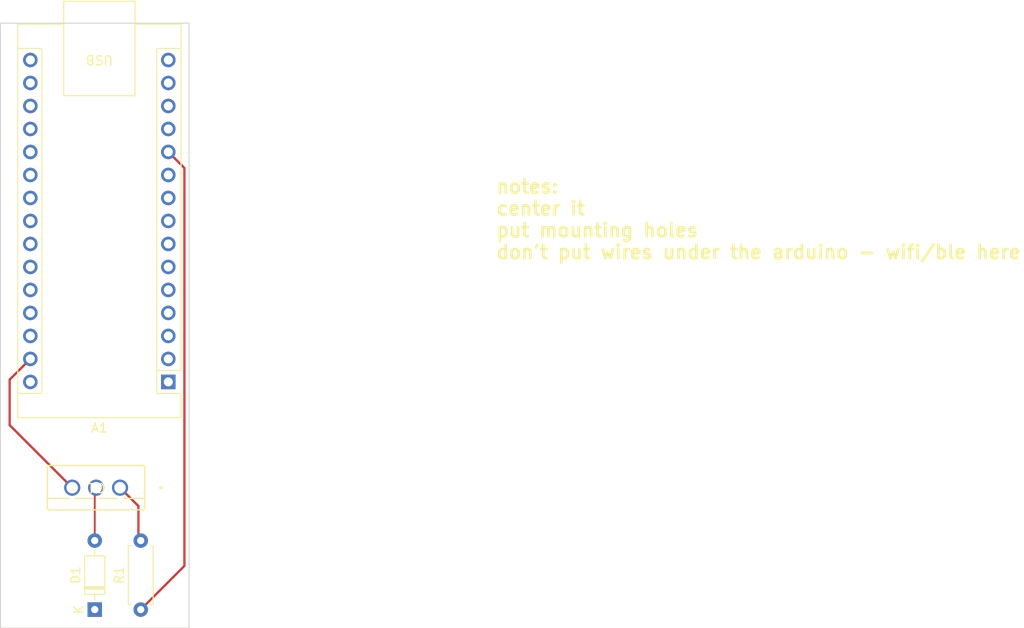
<source format=kicad_pcb>
(kicad_pcb (version 20221018) (generator pcbnew)
  (layers (0 "F.Cu" signal) (31 "B.Cu" signal) (34 "B.Paste" user) (35 "F.Paste" user) (36 "B.SilkS" user "B.Silkscreen") (37 "F.SilkS" user "F.Silkscreen") (38 "B.Mask" user) (39 "F.Mask" user) (44 "Edge.Cuts" user))
  (net 0 "")
  (net 1 "Net-(A1-D8)")
  (net 2 "pump+")
  (net 3 "Net-(Q1-G)")
  (net 4 "GND")
  (net 5 "pump-")
  (footprint "Resistor_THT:R_Axial_DIN0207_L6.3mm_D2.5mm_P7.62mm_Horizontal" (layer "F.Cu") (at 156.718 92.964 90)
    (fp_text reference "R1" (at 3.81 -2.37 90) (layer "F.SilkS"))
    (fp_text value "12k")
    (fp_line (start 0.54 -1.37) (end 7.08 -1.37) (stroke (width 0.12)) (layer "F.SilkS"))
    (fp_line (start 0.54 -1.04) (end 0.54 -1.37) (stroke (width 0.12)) (layer "F.SilkS"))
    (fp_line (start 0.54 1.04) (end 0.54 1.37) (stroke (width 0.12)) (layer "F.SilkS"))
    (fp_line (start 0.54 1.37) (end 7.08 1.37) (stroke (width 0.12)) (layer "F.SilkS"))
    (fp_line (start 7.08 -1.37) (end 7.08 -1.04) (stroke (width 0.12)) (layer "F.SilkS"))
    (fp_line (start 7.08 1.37) (end 7.08 1.04) (stroke (width 0.12)) (layer "F.SilkS"))
    (pad "1" thru_hole circle (at 0 0 90) (size 1.6 1.6) (drill 0.8) (layers "*.Cu" "*.Mask") (net 1 "Net-(A1-D8)"))
    (pad "2" thru_hole oval (at 7.62 0 90) (size 1.6 1.6) (drill 0.8) (layers "*.Cu" "*.Mask") (net 3 "Net-(Q1-G)"))
  )
  (footprint "Module:Arduino_Nano" (layer "F.Cu") (at 159.766 67.818 180)
    (fp_text reference "A1" (at 7.62 -5.08) (layer "F.SilkS"))
    (fp_text value "Arduino_Nano_Every")
    (fp_text user "USB" (at 7.62 35.56 180 unlocked) (layer "F.SilkS"))
    (fp_line (start -1.4 -3.94) (end -1.4 -1.27) (stroke (width 0.12)) (layer "F.SilkS"))
    (fp_line (start -1.4 1.27) (end -1.4 39.5) (stroke (width 0.12)) (layer "F.SilkS"))
    (fp_line (start -1.4 39.5) (end 3.68 39.5) (stroke (width 0.12)) (layer "F.SilkS"))
    (fp_line (start 1.27 -1.27) (end -1.4 -1.27) (stroke (width 0.12)) (layer "F.SilkS"))
    (fp_line (start 1.27 1.27) (end -1.4 1.27) (stroke (width 0.12)) (layer "F.SilkS"))
    (fp_line (start 1.27 1.27) (end 1.27 -1.27) (stroke (width 0.12)) (layer "F.SilkS"))
    (fp_line (start 1.27 1.27) (end 1.27 36.83) (stroke (width 0.12)) (layer "F.SilkS"))
    (fp_line (start 1.27 36.83) (end -1.4 36.83) (stroke (width 0.12)) (layer "F.SilkS"))
    (fp_line (start 3.68 31.62) (end 11.56 31.62) (stroke (width 0.12)) (layer "F.SilkS"))
    (fp_line (start 3.68 42.04) (end 3.68 31.62) (stroke (width 0.12)) (layer "F.SilkS"))
    (fp_line (start 11.56 31.62) (end 11.56 42.04) (stroke (width 0.12)) (layer "F.SilkS"))
    (fp_line (start 11.56 42.04) (end 3.68 42.04) (stroke (width 0.12)) (layer "F.SilkS"))
    (fp_line (start 13.97 -1.27) (end 13.97 36.83) (stroke (width 0.12)) (layer "F.SilkS"))
    (fp_line (start 13.97 -1.27) (end 16.64 -1.27) (stroke (width 0.12)) (layer "F.SilkS"))
    (fp_line (start 13.97 36.83) (end 16.64 36.83) (stroke (width 0.12)) (layer "F.SilkS"))
    (fp_line (start 16.64 -3.94) (end -1.4 -3.94) (stroke (width 0.12)) (layer "F.SilkS"))
    (fp_line (start 16.64 39.5) (end 11.56 39.5) (stroke (width 0.12)) (layer "F.SilkS"))
    (fp_line (start 16.64 39.5) (end 16.64 -3.94) (stroke (width 0.12)) (layer "F.SilkS"))
    (pad "1" thru_hole rect (at 0 0 180) (size 1.6 1.6) (drill 1) (layers "*.Cu" "*.Mask"))
    (pad "2" thru_hole oval (at 0 2.54 180) (size 1.6 1.6) (drill 1) (layers "*.Cu" "*.Mask"))
    (pad "3" thru_hole oval (at 0 5.08 180) (size 1.6 1.6) (drill 1) (layers "*.Cu" "*.Mask"))
    (pad "4" thru_hole oval (at 0 7.62 180) (size 1.6 1.6) (drill 1) (layers "*.Cu" "*.Mask") (net 4 "GND"))
    (pad "5" thru_hole oval (at 0 10.16 180) (size 1.6 1.6) (drill 1) (layers "*.Cu" "*.Mask"))
    (pad "6" thru_hole oval (at 0 12.7 180) (size 1.6 1.6) (drill 1) (layers "*.Cu" "*.Mask"))
    (pad "7" thru_hole oval (at 0 15.24 180) (size 1.6 1.6) (drill 1) (layers "*.Cu" "*.Mask"))
    (pad "8" thru_hole oval (at 0 17.78 180) (size 1.6 1.6) (drill 1) (layers "*.Cu" "*.Mask"))
    (pad "9" thru_hole oval (at 0 20.32 180) (size 1.6 1.6) (drill 1) (layers "*.Cu" "*.Mask"))
    (pad "10" thru_hole oval (at 0 22.86 180) (size 1.6 1.6) (drill 1) (layers "*.Cu" "*.Mask"))
    (pad "11" thru_hole oval (at 0 25.4 180) (size 1.6 1.6) (drill 1) (layers "*.Cu" "*.Mask") (net 1 "Net-(A1-D8)"))
    (pad "12" thru_hole oval (at 0 27.94 180) (size 1.6 1.6) (drill 1) (layers "*.Cu" "*.Mask"))
    (pad "13" thru_hole oval (at 0 30.48 180) (size 1.6 1.6) (drill 1) (layers "*.Cu" "*.Mask"))
    (pad "14" thru_hole oval (at 0 33.02 180) (size 1.6 1.6) (drill 1) (layers "*.Cu" "*.Mask"))
    (pad "15" thru_hole oval (at 0 35.56 180) (size 1.6 1.6) (drill 1) (layers "*.Cu" "*.Mask"))
    (pad "16" thru_hole oval (at 15.24 35.56 180) (size 1.6 1.6) (drill 1) (layers "*.Cu" "*.Mask"))
    (pad "17" thru_hole oval (at 15.24 33.02 180) (size 1.6 1.6) (drill 1) (layers "*.Cu" "*.Mask"))
    (pad "18" thru_hole oval (at 15.24 30.48 180) (size 1.6 1.6) (drill 1) (layers "*.Cu" "*.Mask"))
    (pad "19" thru_hole oval (at 15.24 27.94 180) (size 1.6 1.6) (drill 1) (layers "*.Cu" "*.Mask"))
    (pad "20" thru_hole oval (at 15.24 25.4 180) (size 1.6 1.6) (drill 1) (layers "*.Cu" "*.Mask"))
    (pad "21" thru_hole oval (at 15.24 22.86 180) (size 1.6 1.6) (drill 1) (layers "*.Cu" "*.Mask"))
    (pad "22" thru_hole oval (at 15.24 20.32 180) (size 1.6 1.6) (drill 1) (layers "*.Cu" "*.Mask"))
    (pad "23" thru_hole oval (at 15.24 17.78 180) (size 1.6 1.6) (drill 1) (layers "*.Cu" "*.Mask"))
    (pad "24" thru_hole oval (at 15.24 15.24 180) (size 1.6 1.6) (drill 1) (layers "*.Cu" "*.Mask"))
    (pad "25" thru_hole oval (at 15.24 12.7 180) (size 1.6 1.6) (drill 1) (layers "*.Cu" "*.Mask"))
    (pad "26" thru_hole oval (at 15.24 10.16 180) (size 1.6 1.6) (drill 1) (layers "*.Cu" "*.Mask"))
    (pad "27" thru_hole oval (at 15.24 7.62 180) (size 1.6 1.6) (drill 1) (layers "*.Cu" "*.Mask"))
    (pad "28" thru_hole oval (at 15.24 5.08 180) (size 1.6 1.6) (drill 1) (layers "*.Cu" "*.Mask"))
    (pad "29" thru_hole oval (at 15.24 2.54 180) (size 1.6 1.6) (drill 1) (layers "*.Cu" "*.Mask") (net 4 "GND"))
    (pad "30" thru_hole oval (at 15.24 0 180) (size 1.6 1.6) (drill 1) (layers "*.Cu" "*.Mask"))
  )
  (footprint "footprints:IRF510PBF" (layer "F.Cu") (at 154.432 79.502 180)
    (fp_text reference "Q1" (at 2.64 0 180 unlocked) (layer "F.SilkS"))
    (fp_text value "IRF510")
    (fp_line (start -2.7448 -2.4511) (end -2.7448 2.4511) (stroke (width 0.1524)) (layer "F.SilkS"))
    (fp_line (start -2.7448 2.4511) (end 8.0248 2.4511) (stroke (width 0.1524)) (layer "F.SilkS"))
    (fp_line (start -2.6178 -1.1811) (end -0.312492 -1.1811) (stroke (width 0.1524)) (layer "F.SilkS"))
    (fp_line (start 0.312492 -1.1811) (end 2.327507 -1.1811) (stroke (width 0.1524)) (layer "F.SilkS"))
    (fp_line (start 2.952492 -1.1811) (end 4.967507 -1.1811) (stroke (width 0.1524)) (layer "F.SilkS"))
    (fp_line (start 5.592492 -1.1811) (end 7.8978 -1.1811) (stroke (width 0.1524)) (layer "F.SilkS"))
    (fp_line (start 8.0248 -2.4511) (end -2.7448 -2.4511) (stroke (width 0.1524)) (layer "F.SilkS"))
    (fp_line (start 8.0248 2.4511) (end 8.0248 -2.4511) (stroke (width 0.1524)) (layer "F.SilkS"))
    (fp_circle (center -4.5228 0) (end -4.3958 0) (stroke (width 0.1524)) (fill none) (layer "F.SilkS"))
    (pad "1" thru_hole circle (at 0 0 180) (size 1.778 1.778) (drill 1.27) (layers "*.Cu" "*.Mask") (net 3 "Net-(Q1-G)"))
    (pad "2" thru_hole circle (at 2.64 0 180) (size 1.778 1.778) (drill 1.27) (layers "*.Cu" "*.Mask") (net 5 "pump-"))
    (pad "3" thru_hole circle (at 5.279999 0 180) (size 1.778 1.778) (drill 1.27) (layers "*.Cu" "*.Mask") (net 4 "GND"))
  )
  (footprint "Diode_THT:D_DO-35_SOD27_P7.62mm_Horizontal" (layer "F.Cu") (at 151.638 92.964 90)
    (fp_text reference "D1" (at 3.81 -2.12 90) (layer "F.SilkS"))
    (fp_text value "1N914")
    (fp_text user "K" (at 0 -1.8 90) (layer "F.SilkS"))
    (fp_line (start 1.04 0) (end 1.69 0) (stroke (width 0.12)) (layer "F.SilkS"))
    (fp_line (start 1.69 -1.12) (end 1.69 1.12) (stroke (width 0.12)) (layer "F.SilkS"))
    (fp_line (start 1.69 1.12) (end 5.93 1.12) (stroke (width 0.12)) (layer "F.SilkS"))
    (fp_line (start 2.29 -1.12) (end 2.29 1.12) (stroke (width 0.12)) (layer "F.SilkS"))
    (fp_line (start 2.41 -1.12) (end 2.41 1.12) (stroke (width 0.12)) (layer "F.SilkS"))
    (fp_line (start 2.53 -1.12) (end 2.53 1.12) (stroke (width 0.12)) (layer "F.SilkS"))
    (fp_line (start 5.93 -1.12) (end 1.69 -1.12) (stroke (width 0.12)) (layer "F.SilkS"))
    (fp_line (start 5.93 1.12) (end 5.93 -1.12) (stroke (width 0.12)) (layer "F.SilkS"))
    (fp_line (start 6.58 0) (end 5.93 0) (stroke (width 0.12)) (layer "F.SilkS"))
    (pad "1" thru_hole rect (at 0 0 90) (size 1.6 1.6) (drill 0.8) (layers "*.Cu" "*.Mask") (net 2 "pump+"))
    (pad "2" thru_hole oval (at 7.62 0 90) (size 1.6 1.6) (drill 0.8) (layers "*.Cu" "*.Mask") (net 5 "pump-"))
  )
  (gr_rect (start 141.224 28.194) (end 162.052 94.996) (stroke (width 0.1)) (fill none) (layer "Edge.Cuts"))
  (gr_text "notes:\ncenter it\nput mounting holes\ndon't put wires under the arduino - wifi/ble here" (at 195.834 54.356) (layer "F.SilkS") (effects (font (size 1.5 1.5) (thickness 0.3) bold) (justify left bottom)))
  (segment (start 161.544 44.196) (end 159.766 42.418) (width 0.25) (layer "F.Cu") (net 1))
  (segment (start 156.718 92.964) (end 161.544 88.138) (width 0.25) (layer "F.Cu") (net 1))
  (segment (start 161.544 88.138) (end 161.544 44.196) (width 0.25) (layer "F.Cu") (net 1))
  (segment (start 156.464 85.09) (end 156.718 85.344) (width 0.25) (layer "F.Cu") (net 3))
  (segment (start 156.464 81.534) (end 156.464 85.09) (width 0.25) (layer "F.Cu") (net 3))
  (segment (start 154.432 79.502) (end 156.464 81.534) (width 0.25) (layer "F.Cu") (net 3))
  (segment (start 142.24 67.564) (end 144.526 65.278) (width 0.25) (layer "F.Cu") (net 4))
  (segment (start 142.24 72.589999) (end 142.24 67.564) (width 0.25) (layer "F.Cu") (net 4))
  (segment (start 149.152001 79.502) (end 142.24 72.589999) (width 0.25) (layer "F.Cu") (net 4))
  (segment (start 151.638 79.656) (end 151.792 79.502) (width 0.2) (layer "F.Cu") (net 5))
  (segment (start 151.638 85.344) (end 151.638 79.656) (width 0.2) (layer "F.Cu") (net 5))
)
</source>
